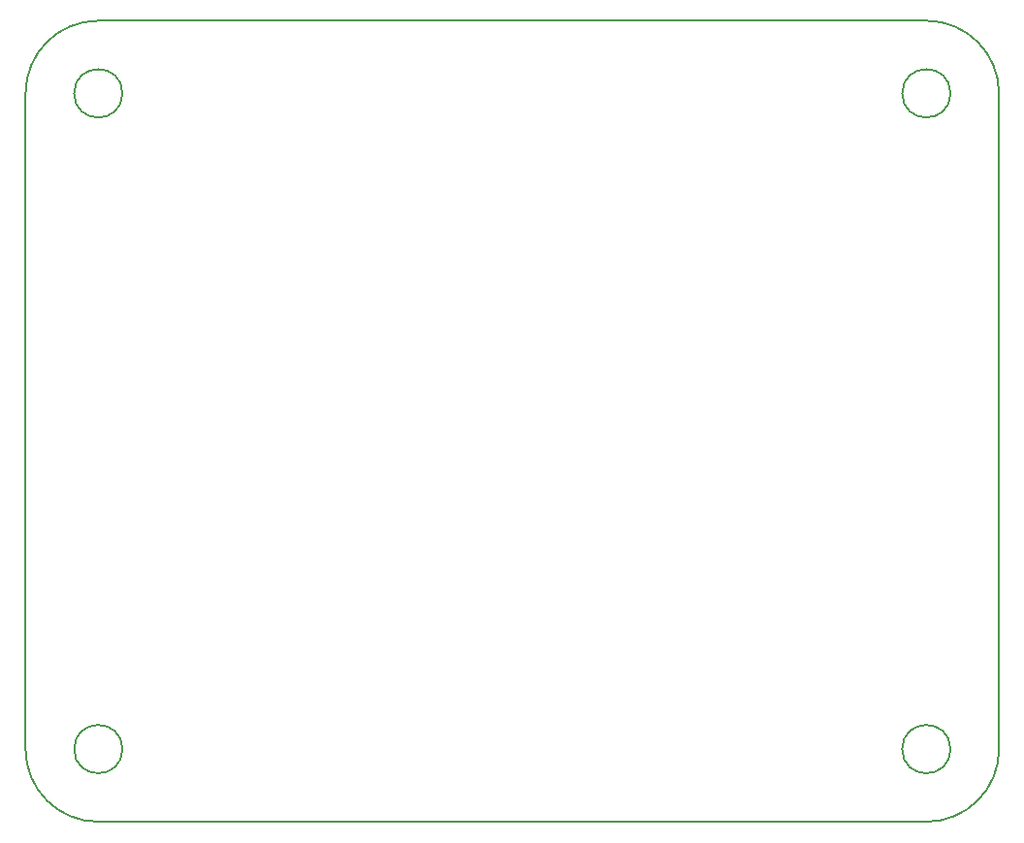
<source format=gm1>
G04 #@! TF.GenerationSoftware,KiCad,Pcbnew,5.0.2-bee76a0~70~ubuntu18.04.1*
G04 #@! TF.CreationDate,2019-05-01T23:50:06-04:00*
G04 #@! TF.ProjectId,external_board,65787465-726e-4616-9c5f-626f6172642e,rev?*
G04 #@! TF.SameCoordinates,Original*
G04 #@! TF.FileFunction,Profile,NP*
%FSLAX46Y46*%
G04 Gerber Fmt 4.6, Leading zero omitted, Abs format (unit mm)*
G04 Created by KiCad (PCBNEW 5.0.2-bee76a0~70~ubuntu18.04.1) date Wed 01 May 2019 11:50:06 PM EDT*
%MOMM*%
%LPD*%
G01*
G04 APERTURE LIST*
%ADD10C,0.200000*%
G04 APERTURE END LIST*
D10*
X193966000Y-103528000D02*
G75*
G02X187616000Y-109878000I-6350000J0D01*
G01*
X108966000Y-46228000D02*
G75*
G02X115316000Y-39878000I6350000J0D01*
G01*
X115316000Y-39878000D02*
X187616000Y-39878000D01*
X115316000Y-109878000D02*
G75*
G02X108966000Y-103528000I0J6350000D01*
G01*
X108966000Y-103528000D02*
X108966000Y-46228000D01*
X189724200Y-103528000D02*
G75*
G03X189724200Y-103528000I-2108200J0D01*
G01*
X117424200Y-103528000D02*
G75*
G03X117424200Y-103528000I-2108200J0D01*
G01*
X187616000Y-109878000D02*
X115316000Y-109878000D01*
X187616000Y-39878000D02*
G75*
G02X193966000Y-46228000I0J-6350000D01*
G01*
X193966000Y-46228000D02*
X193966000Y-103528000D01*
X189724200Y-46228000D02*
G75*
G03X189724200Y-46228000I-2108200J0D01*
G01*
X117424200Y-46228000D02*
G75*
G03X117424200Y-46228000I-2108200J0D01*
G01*
M02*

</source>
